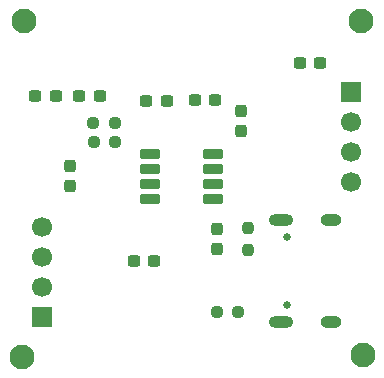
<source format=gbr>
%TF.GenerationSoftware,KiCad,Pcbnew,9.0.7*%
%TF.CreationDate,2026-02-20T00:12:31+05:30*%
%TF.ProjectId,breakout_board,62726561-6b6f-4757-945f-626f6172642e,rev?*%
%TF.SameCoordinates,Original*%
%TF.FileFunction,Soldermask,Top*%
%TF.FilePolarity,Negative*%
%FSLAX46Y46*%
G04 Gerber Fmt 4.6, Leading zero omitted, Abs format (unit mm)*
G04 Created by KiCad (PCBNEW 9.0.7) date 2026-02-20 00:12:31*
%MOMM*%
%LPD*%
G01*
G04 APERTURE LIST*
G04 Aperture macros list*
%AMRoundRect*
0 Rectangle with rounded corners*
0 $1 Rounding radius*
0 $2 $3 $4 $5 $6 $7 $8 $9 X,Y pos of 4 corners*
0 Add a 4 corners polygon primitive as box body*
4,1,4,$2,$3,$4,$5,$6,$7,$8,$9,$2,$3,0*
0 Add four circle primitives for the rounded corners*
1,1,$1+$1,$2,$3*
1,1,$1+$1,$4,$5*
1,1,$1+$1,$6,$7*
1,1,$1+$1,$8,$9*
0 Add four rect primitives between the rounded corners*
20,1,$1+$1,$2,$3,$4,$5,0*
20,1,$1+$1,$4,$5,$6,$7,0*
20,1,$1+$1,$6,$7,$8,$9,0*
20,1,$1+$1,$8,$9,$2,$3,0*%
G04 Aperture macros list end*
%ADD10C,2.100000*%
%ADD11C,0.650000*%
%ADD12O,1.800000X1.000000*%
%ADD13O,2.100000X1.000000*%
%ADD14RoundRect,0.237500X-0.250000X-0.237500X0.250000X-0.237500X0.250000X0.237500X-0.250000X0.237500X0*%
%ADD15RoundRect,0.237500X0.237500X-0.300000X0.237500X0.300000X-0.237500X0.300000X-0.237500X-0.300000X0*%
%ADD16R,1.700000X1.700000*%
%ADD17C,1.700000*%
%ADD18RoundRect,0.237500X0.300000X0.237500X-0.300000X0.237500X-0.300000X-0.237500X0.300000X-0.237500X0*%
%ADD19RoundRect,0.237500X-0.300000X-0.237500X0.300000X-0.237500X0.300000X0.237500X-0.300000X0.237500X0*%
%ADD20RoundRect,0.237500X0.250000X0.237500X-0.250000X0.237500X-0.250000X-0.237500X0.250000X-0.237500X0*%
%ADD21RoundRect,0.237500X-0.237500X0.300000X-0.237500X-0.300000X0.237500X-0.300000X0.237500X0.300000X0*%
%ADD22RoundRect,0.102000X-0.750000X-0.325000X0.750000X-0.325000X0.750000X0.325000X-0.750000X0.325000X0*%
%ADD23RoundRect,0.237500X-0.237500X0.250000X-0.237500X-0.250000X0.237500X-0.250000X0.237500X0.250000X0*%
G04 APERTURE END LIST*
D10*
%TO.C,H1*%
X148336000Y-66014600D03*
%TD*%
%TO.C,H2*%
X148513800Y-94234000D03*
%TD*%
%TO.C,H3*%
X119634000Y-94386400D03*
%TD*%
%TO.C,H4*%
X119811800Y-66014600D03*
%TD*%
D11*
%TO.C,J3*%
X142124200Y-84257400D03*
X142124200Y-90037400D03*
D12*
X145804200Y-82827400D03*
D13*
X141624200Y-82827400D03*
D12*
X145804200Y-91467400D03*
D13*
X141624200Y-91467400D03*
%TD*%
D14*
%TO.C,R4*%
X137996300Y-90652600D03*
X136171300Y-90652600D03*
%TD*%
D15*
%TO.C,DC4*%
X136220200Y-83592500D03*
X136220200Y-85317500D03*
%TD*%
D16*
%TO.C,J2*%
X147523200Y-71983600D03*
D17*
X147523200Y-74523600D03*
X147523200Y-77063600D03*
X147523200Y-79603600D03*
%TD*%
%TO.C,J1*%
X121335800Y-83439000D03*
X121335800Y-85979000D03*
X121335800Y-88519000D03*
D16*
X121335800Y-91059000D03*
%TD*%
D18*
%TO.C,C7*%
X122528500Y-72288400D03*
X120803500Y-72288400D03*
%TD*%
D19*
%TO.C,C6*%
X130201500Y-72720200D03*
X131926500Y-72720200D03*
%TD*%
D15*
%TO.C,C9*%
X138176000Y-75285600D03*
X138176000Y-73560600D03*
%TD*%
D20*
%TO.C,R2*%
X127582300Y-76225400D03*
X125757300Y-76225400D03*
%TD*%
D14*
%TO.C,4k7*%
X125706500Y-74574400D03*
X127531500Y-74574400D03*
%TD*%
D19*
%TO.C,100n*%
X129134700Y-86258400D03*
X130859700Y-86258400D03*
%TD*%
D18*
%TO.C,DC*%
X136015900Y-72694800D03*
X134290900Y-72694800D03*
%TD*%
D21*
%TO.C,DC*%
X123698000Y-78233100D03*
X123698000Y-79958100D03*
%TD*%
D22*
%TO.C,AS5600*%
X130472200Y-77266800D03*
X130472200Y-78536800D03*
X130472200Y-79806800D03*
X130472200Y-81076800D03*
X135872200Y-81076800D03*
X135872200Y-79806800D03*
X135872200Y-78536800D03*
X135872200Y-77266800D03*
%TD*%
D18*
%TO.C,10u*%
X144931300Y-69545200D03*
X143206300Y-69545200D03*
%TD*%
D23*
%TO.C,5k1*%
X138836400Y-85340200D03*
X138836400Y-83515200D03*
%TD*%
D19*
%TO.C,22p*%
X124511900Y-72288400D03*
X126236900Y-72288400D03*
%TD*%
M02*

</source>
